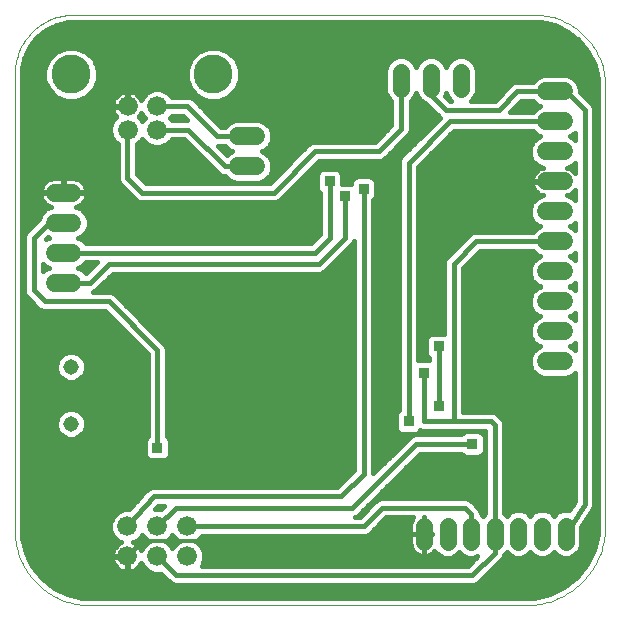
<source format=gbl>
G75*
%MOIN*%
%OFA0B0*%
%FSLAX24Y24*%
%IPPOS*%
%LPD*%
%AMOC8*
5,1,8,0,0,1.08239X$1,22.5*
%
%ADD10C,0.0000*%
%ADD11C,0.0554*%
%ADD12C,0.0660*%
%ADD13C,0.1300*%
%ADD14C,0.0594*%
%ADD15C,0.0515*%
%ADD16C,0.0560*%
%ADD17C,0.0160*%
%ADD18C,0.0120*%
%ADD19R,0.0356X0.0356*%
D10*
X002680Y000180D02*
X017215Y000180D01*
X017317Y000182D01*
X017418Y000188D01*
X017519Y000197D01*
X017620Y000211D01*
X017720Y000228D01*
X017819Y000250D01*
X017917Y000275D01*
X018015Y000303D01*
X018111Y000336D01*
X018206Y000372D01*
X018299Y000412D01*
X018391Y000455D01*
X018481Y000502D01*
X018569Y000552D01*
X018655Y000606D01*
X018740Y000662D01*
X018821Y000722D01*
X018901Y000786D01*
X018978Y000852D01*
X019053Y000921D01*
X019124Y000992D01*
X019193Y001067D01*
X019259Y001144D01*
X019323Y001224D01*
X019383Y001305D01*
X019439Y001390D01*
X019493Y001476D01*
X019543Y001564D01*
X019590Y001654D01*
X019633Y001746D01*
X019673Y001839D01*
X019709Y001934D01*
X019742Y002030D01*
X019770Y002128D01*
X019795Y002226D01*
X019817Y002325D01*
X019834Y002425D01*
X019848Y002526D01*
X019857Y002627D01*
X019863Y002728D01*
X019865Y002830D01*
X019865Y017482D01*
X019863Y017578D01*
X019857Y017674D01*
X019848Y017769D01*
X019834Y017864D01*
X019817Y017959D01*
X019796Y018052D01*
X019771Y018145D01*
X019742Y018237D01*
X019710Y018327D01*
X019674Y018416D01*
X019635Y018504D01*
X019592Y018589D01*
X019546Y018674D01*
X019496Y018756D01*
X019443Y018836D01*
X019387Y018914D01*
X019328Y018989D01*
X019266Y019062D01*
X019201Y019133D01*
X019133Y019201D01*
X019062Y019266D01*
X018989Y019328D01*
X018914Y019387D01*
X018836Y019443D01*
X018756Y019496D01*
X018674Y019546D01*
X018589Y019592D01*
X018504Y019635D01*
X018416Y019674D01*
X018327Y019710D01*
X018237Y019742D01*
X018145Y019771D01*
X018052Y019796D01*
X017959Y019817D01*
X017864Y019834D01*
X017769Y019848D01*
X017674Y019857D01*
X017578Y019863D01*
X017482Y019865D01*
X002149Y019865D01*
X002149Y019866D02*
X002063Y019864D01*
X001977Y019859D01*
X001892Y019849D01*
X001807Y019836D01*
X001723Y019819D01*
X001639Y019799D01*
X001557Y019775D01*
X001476Y019747D01*
X001395Y019716D01*
X001317Y019682D01*
X001240Y019644D01*
X001165Y019602D01*
X001091Y019558D01*
X001020Y019510D01*
X000950Y019459D01*
X000883Y019405D01*
X000819Y019349D01*
X000757Y019289D01*
X000697Y019227D01*
X000641Y019163D01*
X000587Y019096D01*
X000536Y019026D01*
X000488Y018955D01*
X000444Y018882D01*
X000402Y018806D01*
X000364Y018729D01*
X000330Y018651D01*
X000299Y018570D01*
X000271Y018489D01*
X000247Y018407D01*
X000227Y018323D01*
X000210Y018239D01*
X000197Y018154D01*
X000187Y018069D01*
X000182Y017983D01*
X000180Y017897D01*
X000180Y002680D01*
X000182Y002582D01*
X000188Y002484D01*
X000197Y002386D01*
X000211Y002289D01*
X000228Y002192D01*
X000249Y002096D01*
X000274Y002001D01*
X000302Y001907D01*
X000335Y001815D01*
X000370Y001723D01*
X000410Y001633D01*
X000452Y001545D01*
X000499Y001458D01*
X000548Y001374D01*
X000601Y001291D01*
X000657Y001211D01*
X000717Y001132D01*
X000779Y001056D01*
X000844Y000983D01*
X000912Y000912D01*
X000983Y000844D01*
X001056Y000779D01*
X001132Y000717D01*
X001211Y000657D01*
X001291Y000601D01*
X001374Y000548D01*
X001458Y000499D01*
X001545Y000452D01*
X001633Y000410D01*
X001723Y000370D01*
X001815Y000335D01*
X001907Y000302D01*
X002001Y000274D01*
X002096Y000249D01*
X002192Y000228D01*
X002289Y000211D01*
X002386Y000197D01*
X002484Y000188D01*
X002582Y000182D01*
X002680Y000180D01*
D11*
X013818Y002278D02*
X013818Y002832D01*
X014605Y002832D02*
X014605Y002278D01*
X015393Y002278D02*
X015393Y002832D01*
X016180Y002832D02*
X016180Y002278D01*
X016967Y002278D02*
X016967Y002832D01*
X017755Y002832D02*
X017755Y002278D01*
X018542Y002278D02*
X018542Y002832D01*
D12*
X005930Y002805D03*
X005930Y001805D03*
X004930Y001805D03*
X004930Y002805D03*
X003930Y002805D03*
X003930Y001805D03*
X003938Y016025D03*
X003938Y016805D03*
X004922Y016805D03*
X004922Y016025D03*
D13*
X006800Y017875D03*
X002060Y017875D03*
D14*
X002102Y013930D02*
X001508Y013930D01*
X001508Y012930D02*
X002102Y012930D01*
X002102Y011930D02*
X001508Y011930D01*
X001508Y010930D02*
X002102Y010930D01*
X007633Y014805D02*
X008227Y014805D01*
X008227Y015805D02*
X007633Y015805D01*
X017883Y015305D02*
X018477Y015305D01*
X018477Y014305D02*
X017883Y014305D01*
X017883Y013305D02*
X018477Y013305D01*
X018477Y012305D02*
X017883Y012305D01*
X017883Y011305D02*
X018477Y011305D01*
X018477Y010305D02*
X017883Y010305D01*
X017883Y009305D02*
X018477Y009305D01*
X018477Y008305D02*
X017883Y008305D01*
X017883Y016305D02*
X018477Y016305D01*
X018477Y017305D02*
X017883Y017305D01*
D15*
X002055Y008130D03*
X002055Y006230D03*
D16*
X013055Y017400D02*
X013055Y017960D01*
X014055Y017960D02*
X014055Y017400D01*
X015055Y017400D02*
X015055Y017960D01*
D17*
X000766Y001478D02*
X001082Y001082D01*
X001478Y000766D01*
X001934Y000547D01*
X002427Y000434D01*
X002680Y000420D01*
X017215Y000420D01*
X017485Y000435D01*
X018011Y000555D01*
X018497Y000789D01*
X018919Y001126D01*
X019256Y001548D01*
X019490Y002034D01*
X019610Y002560D01*
X019625Y002830D01*
X019625Y017482D01*
X019612Y017722D01*
X019505Y018190D01*
X019297Y018622D01*
X019297Y018622D01*
X018997Y018997D01*
X018622Y019297D01*
X018190Y019505D01*
X017722Y019612D01*
X017482Y019625D01*
X002149Y019625D01*
X001955Y019614D01*
X001578Y019528D01*
X001229Y019360D01*
X000926Y019119D01*
X000685Y018816D01*
X000517Y018467D01*
X000431Y018090D01*
X000420Y017897D01*
X000420Y002680D01*
X000434Y002427D01*
X000547Y001934D01*
X000766Y001478D01*
X000790Y001448D02*
X003566Y001448D01*
X003541Y001473D02*
X003598Y001416D01*
X003663Y001369D01*
X003734Y001332D01*
X003811Y001308D01*
X003890Y001295D01*
X003912Y001295D01*
X003912Y001787D01*
X003948Y001787D01*
X003948Y001295D01*
X003970Y001295D01*
X004049Y001308D01*
X004126Y001332D01*
X004197Y001369D01*
X004262Y001416D01*
X004319Y001473D01*
X004366Y001538D01*
X004398Y001600D01*
X004447Y001482D01*
X004607Y001322D01*
X004817Y001235D01*
X005043Y001235D01*
X005046Y001236D01*
X005284Y000999D01*
X005374Y000909D01*
X005491Y000860D01*
X015494Y000860D01*
X015611Y000909D01*
X016451Y001749D01*
X016500Y001866D01*
X016500Y001866D01*
X016574Y001940D01*
X016674Y001839D01*
X016865Y001761D01*
X017070Y001761D01*
X017260Y001839D01*
X017361Y001940D01*
X017462Y001839D01*
X017652Y001761D01*
X017858Y001761D01*
X018048Y001839D01*
X018149Y001940D01*
X018249Y001839D01*
X018439Y001761D01*
X018645Y001761D01*
X018835Y001839D01*
X018981Y001985D01*
X019059Y002175D01*
X019059Y002771D01*
X019431Y003353D01*
X019451Y003374D01*
X019465Y003407D01*
X019484Y003437D01*
X019489Y003465D01*
X019500Y003491D01*
X019500Y003527D01*
X019506Y003562D01*
X019500Y003590D01*
X019500Y016744D01*
X019451Y016861D01*
X019361Y016951D01*
X019014Y017299D01*
X019014Y017412D01*
X018932Y017609D01*
X018781Y017760D01*
X018584Y017842D01*
X017776Y017842D01*
X017579Y017760D01*
X017444Y017625D01*
X016866Y017625D01*
X016749Y017576D01*
X016659Y017486D01*
X016172Y017000D01*
X015390Y017000D01*
X015496Y017105D01*
X015575Y017297D01*
X015575Y018063D01*
X015496Y018255D01*
X015350Y018401D01*
X015158Y018480D01*
X014952Y018480D01*
X014760Y018401D01*
X014614Y018255D01*
X014555Y018112D01*
X014496Y018255D01*
X014350Y018401D01*
X014158Y018480D01*
X013952Y018480D01*
X013760Y018401D01*
X013614Y018255D01*
X013555Y018112D01*
X013496Y018255D01*
X013350Y018401D01*
X013158Y018480D01*
X012952Y018480D01*
X012760Y018401D01*
X012614Y018255D01*
X012535Y018063D01*
X012535Y017297D01*
X012614Y017105D01*
X012735Y016985D01*
X012735Y016188D01*
X012172Y015625D01*
X010116Y015625D01*
X009999Y015576D01*
X008672Y014250D01*
X004563Y014250D01*
X004250Y014563D01*
X004250Y015537D01*
X004261Y015542D01*
X004421Y015702D01*
X004430Y015724D01*
X004439Y015702D01*
X004599Y015542D01*
X004809Y015455D01*
X005036Y015455D01*
X005245Y015542D01*
X005405Y015702D01*
X005407Y015705D01*
X005827Y015705D01*
X006909Y014624D01*
X006999Y014534D01*
X007116Y014485D01*
X007194Y014485D01*
X007329Y014350D01*
X007526Y014268D01*
X008334Y014268D01*
X008531Y014350D01*
X008682Y014501D01*
X008764Y014698D01*
X008764Y014912D01*
X008682Y015109D01*
X008531Y015260D01*
X008423Y015305D01*
X008531Y015350D01*
X008682Y015501D01*
X008764Y015698D01*
X008764Y015912D01*
X008682Y016109D01*
X008531Y016260D01*
X008334Y016342D01*
X007526Y016342D01*
X007329Y016260D01*
X007194Y016125D01*
X007063Y016125D01*
X006111Y017076D01*
X005994Y017125D01*
X005407Y017125D01*
X005405Y017128D01*
X005245Y017288D01*
X005036Y017375D01*
X004809Y017375D01*
X004599Y017288D01*
X004439Y017128D01*
X004397Y017027D01*
X004374Y017072D01*
X004327Y017137D01*
X004270Y017194D01*
X004205Y017241D01*
X004134Y017278D01*
X004057Y017302D01*
X003978Y017315D01*
X003948Y017315D01*
X003948Y016815D01*
X003928Y016815D01*
X003928Y017315D01*
X003898Y017315D01*
X003818Y017302D01*
X003742Y017278D01*
X003671Y017241D01*
X003606Y017194D01*
X003549Y017137D01*
X003502Y017072D01*
X003465Y017001D01*
X003440Y016924D01*
X003428Y016845D01*
X003428Y016815D01*
X003928Y016815D01*
X003928Y016795D01*
X003428Y016795D01*
X003428Y016765D01*
X003440Y016686D01*
X003465Y016609D01*
X003502Y016538D01*
X003549Y016473D01*
X003564Y016457D01*
X003455Y016348D01*
X003368Y016138D01*
X003368Y015912D01*
X003455Y015702D01*
X003610Y015547D01*
X003610Y014366D01*
X003659Y014249D01*
X004159Y013749D01*
X004249Y013659D01*
X004366Y013610D01*
X008869Y013610D01*
X008986Y013659D01*
X010313Y014985D01*
X012369Y014985D01*
X012486Y015034D01*
X013326Y015874D01*
X013375Y015991D01*
X013375Y016985D01*
X013496Y017105D01*
X013555Y017248D01*
X013614Y017105D01*
X013760Y016959D01*
X013868Y016915D01*
X014284Y016499D01*
X014352Y016430D01*
X013034Y015111D01*
X012985Y014994D01*
X012985Y006681D01*
X012923Y006619D01*
X012887Y006531D01*
X012887Y006079D01*
X012923Y005991D01*
X012991Y005923D01*
X013079Y005887D01*
X013531Y005887D01*
X013619Y005923D01*
X013687Y005991D01*
X013692Y006005D01*
X013741Y005985D01*
X015860Y005985D01*
X015860Y003244D01*
X015786Y003170D01*
X015713Y003244D01*
X015713Y003281D01*
X015664Y003399D01*
X015451Y003611D01*
X015361Y003701D01*
X015244Y003750D01*
X012366Y003750D01*
X012249Y003701D01*
X012159Y003611D01*
X011672Y003125D01*
X011530Y003125D01*
X011611Y003159D01*
X013688Y005235D01*
X015054Y005235D01*
X015116Y005173D01*
X015204Y005137D01*
X015656Y005137D01*
X015744Y005173D01*
X015812Y005241D01*
X015848Y005329D01*
X015848Y005781D01*
X015812Y005869D01*
X015744Y005937D01*
X015656Y005973D01*
X015204Y005973D01*
X015116Y005937D01*
X015054Y005875D01*
X013491Y005875D01*
X013374Y005826D01*
X012125Y004578D01*
X012125Y013679D01*
X012187Y013741D01*
X012223Y013829D01*
X012223Y014281D01*
X012187Y014369D01*
X012119Y014437D01*
X012031Y014473D01*
X011579Y014473D01*
X011491Y014437D01*
X011423Y014369D01*
X011387Y014281D01*
X011387Y014223D01*
X011098Y014223D01*
X011098Y014531D01*
X011062Y014619D01*
X010994Y014687D01*
X010906Y014723D01*
X010454Y014723D01*
X010366Y014687D01*
X010298Y014619D01*
X010262Y014531D01*
X010262Y014079D01*
X010298Y013991D01*
X010360Y013929D01*
X010360Y012563D01*
X010047Y012250D01*
X002541Y012250D01*
X002406Y012385D01*
X002298Y012430D01*
X002406Y012475D01*
X002557Y012626D01*
X002639Y012823D01*
X002639Y013037D01*
X002557Y013234D01*
X002406Y013385D01*
X002213Y013465D01*
X002214Y013465D01*
X002285Y013488D01*
X002352Y013522D01*
X002412Y013566D01*
X002466Y013619D01*
X002510Y013680D01*
X002544Y013747D01*
X002567Y013818D01*
X002579Y013892D01*
X002579Y013912D01*
X001823Y013912D01*
X001823Y013948D01*
X001787Y013948D01*
X001787Y013912D01*
X001031Y013912D01*
X001031Y013892D01*
X001043Y013818D01*
X001066Y013747D01*
X001100Y013680D01*
X001144Y013619D01*
X001198Y013566D01*
X001258Y013522D01*
X001325Y013488D01*
X001396Y013465D01*
X001397Y013465D01*
X001204Y013385D01*
X001053Y013234D01*
X000980Y013057D01*
X000624Y012701D01*
X000534Y012611D01*
X000485Y012494D01*
X000485Y010616D01*
X000534Y010499D01*
X000624Y010409D01*
X000999Y010034D01*
X001116Y009985D01*
X003172Y009985D01*
X004610Y008547D01*
X004610Y005806D01*
X004548Y005744D01*
X004512Y005656D01*
X004512Y005204D01*
X004548Y005116D01*
X004616Y005048D01*
X004704Y005012D01*
X005156Y005012D01*
X005244Y005048D01*
X005312Y005116D01*
X005348Y005204D01*
X005348Y005656D01*
X005312Y005744D01*
X005250Y005806D01*
X005250Y008744D01*
X005201Y008861D01*
X003576Y010486D01*
X003576Y010486D01*
X003486Y010576D01*
X003369Y010625D01*
X002780Y010625D01*
X002861Y010659D01*
X003438Y011235D01*
X010369Y011235D01*
X010486Y011284D01*
X011361Y012159D01*
X011451Y012249D01*
X011485Y012330D01*
X011485Y004688D01*
X010922Y004125D01*
X004858Y004125D01*
X004847Y004129D01*
X004794Y004125D01*
X004741Y004125D01*
X004731Y004121D01*
X004720Y004120D01*
X004673Y004097D01*
X004624Y004076D01*
X004616Y004069D01*
X004606Y004064D01*
X004571Y004024D01*
X004534Y003986D01*
X004530Y003976D01*
X004004Y003375D01*
X003817Y003375D01*
X003607Y003288D01*
X003447Y003128D01*
X003360Y002918D01*
X003360Y002692D01*
X003447Y002482D01*
X003607Y002322D01*
X003725Y002273D01*
X003663Y002241D01*
X003598Y002194D01*
X003541Y002137D01*
X003494Y002072D01*
X003457Y002001D01*
X003433Y001924D01*
X003420Y001845D01*
X003420Y001823D01*
X003912Y001823D01*
X003912Y001787D01*
X003420Y001787D01*
X003420Y001765D01*
X000628Y001765D01*
X000704Y001607D02*
X003459Y001607D01*
X003457Y001609D02*
X003494Y001538D01*
X003541Y001473D01*
X003457Y001609D02*
X003433Y001686D01*
X003420Y001765D01*
X003432Y001924D02*
X000552Y001924D01*
X000513Y002082D02*
X003501Y002082D01*
X003662Y002241D02*
X000477Y002241D01*
X000441Y002399D02*
X003530Y002399D01*
X003416Y002558D02*
X000427Y002558D01*
X000420Y002716D02*
X003360Y002716D01*
X003360Y002875D02*
X000420Y002875D01*
X000420Y003033D02*
X003407Y003033D01*
X003510Y003192D02*
X000420Y003192D01*
X000420Y003350D02*
X003756Y003350D01*
X004120Y003509D02*
X000420Y003509D01*
X000420Y003667D02*
X004259Y003667D01*
X004398Y003826D02*
X000420Y003826D01*
X000420Y003984D02*
X004533Y003984D01*
X004805Y003805D02*
X011055Y003805D01*
X011805Y004555D01*
X011805Y014055D01*
X011389Y014287D02*
X011098Y014287D01*
X011098Y014445D02*
X011511Y014445D01*
X011068Y014604D02*
X012985Y014604D01*
X012985Y014762D02*
X010090Y014762D01*
X010248Y014921D02*
X012985Y014921D01*
X013020Y015079D02*
X012532Y015079D01*
X012690Y015238D02*
X013160Y015238D01*
X013318Y015396D02*
X012849Y015396D01*
X013007Y015555D02*
X013477Y015555D01*
X013635Y015713D02*
X013166Y015713D01*
X013324Y015872D02*
X013794Y015872D01*
X013952Y016030D02*
X013375Y016030D01*
X013375Y016189D02*
X014111Y016189D01*
X014269Y016347D02*
X013375Y016347D01*
X013375Y016506D02*
X014277Y016506D01*
X014118Y016664D02*
X013375Y016664D01*
X013375Y016823D02*
X013960Y016823D01*
X013739Y016981D02*
X013375Y016981D01*
X013510Y017140D02*
X013600Y017140D01*
X014055Y017180D02*
X014555Y016680D01*
X016305Y016680D01*
X016930Y017305D01*
X018180Y017305D01*
X018555Y017305D01*
X019180Y016680D01*
X019180Y003555D01*
X018542Y002555D01*
X019059Y002558D02*
X019609Y002558D01*
X019619Y002716D02*
X019059Y002716D01*
X019126Y002875D02*
X019625Y002875D01*
X019625Y003033D02*
X019227Y003033D01*
X019328Y003192D02*
X019625Y003192D01*
X019625Y003350D02*
X019429Y003350D01*
X019500Y003509D02*
X019625Y003509D01*
X019625Y003667D02*
X019500Y003667D01*
X019500Y003826D02*
X019625Y003826D01*
X019625Y003984D02*
X019500Y003984D01*
X019500Y004143D02*
X019625Y004143D01*
X019625Y004301D02*
X019500Y004301D01*
X019500Y004460D02*
X019625Y004460D01*
X019625Y004618D02*
X019500Y004618D01*
X019500Y004777D02*
X019625Y004777D01*
X019625Y004935D02*
X019500Y004935D01*
X019500Y005094D02*
X019625Y005094D01*
X019625Y005252D02*
X019500Y005252D01*
X019500Y005411D02*
X019625Y005411D01*
X019625Y005569D02*
X019500Y005569D01*
X019500Y005728D02*
X019625Y005728D01*
X019625Y005886D02*
X019500Y005886D01*
X019500Y006045D02*
X019625Y006045D01*
X019625Y006203D02*
X019500Y006203D01*
X019500Y006362D02*
X019625Y006362D01*
X019625Y006520D02*
X019500Y006520D01*
X019500Y006679D02*
X019625Y006679D01*
X019625Y006837D02*
X019500Y006837D01*
X019500Y006996D02*
X019625Y006996D01*
X019625Y007154D02*
X019500Y007154D01*
X019500Y007313D02*
X019625Y007313D01*
X019625Y007471D02*
X019500Y007471D01*
X019500Y007630D02*
X019625Y007630D01*
X019625Y007788D02*
X019500Y007788D01*
X019500Y007947D02*
X019625Y007947D01*
X019625Y008105D02*
X019500Y008105D01*
X019500Y008264D02*
X019625Y008264D01*
X019625Y008422D02*
X019500Y008422D01*
X019500Y008581D02*
X019625Y008581D01*
X019625Y008739D02*
X019500Y008739D01*
X019500Y008898D02*
X019625Y008898D01*
X019625Y009056D02*
X019500Y009056D01*
X019500Y009215D02*
X019625Y009215D01*
X019625Y009373D02*
X019500Y009373D01*
X019500Y009532D02*
X019625Y009532D01*
X019625Y009690D02*
X019500Y009690D01*
X019500Y009849D02*
X019625Y009849D01*
X019625Y010007D02*
X019500Y010007D01*
X019500Y010166D02*
X019625Y010166D01*
X019625Y010324D02*
X019500Y010324D01*
X019500Y010483D02*
X019625Y010483D01*
X019625Y010641D02*
X019500Y010641D01*
X019500Y010800D02*
X019625Y010800D01*
X019625Y010958D02*
X019500Y010958D01*
X019500Y011117D02*
X019625Y011117D01*
X019625Y011275D02*
X019500Y011275D01*
X019500Y011434D02*
X019625Y011434D01*
X019625Y011592D02*
X019500Y011592D01*
X019500Y011751D02*
X019625Y011751D01*
X019625Y011909D02*
X019500Y011909D01*
X019500Y012068D02*
X019625Y012068D01*
X019625Y012226D02*
X019500Y012226D01*
X019500Y012385D02*
X019625Y012385D01*
X019625Y012543D02*
X019500Y012543D01*
X019500Y012702D02*
X019625Y012702D01*
X019625Y012860D02*
X019500Y012860D01*
X019500Y013019D02*
X019625Y013019D01*
X019625Y013177D02*
X019500Y013177D01*
X019500Y013336D02*
X019625Y013336D01*
X019625Y013494D02*
X019500Y013494D01*
X019500Y013653D02*
X019625Y013653D01*
X019625Y013811D02*
X019500Y013811D01*
X019500Y013970D02*
X019625Y013970D01*
X019625Y014128D02*
X019500Y014128D01*
X019500Y014287D02*
X019625Y014287D01*
X019625Y014445D02*
X019500Y014445D01*
X019500Y014604D02*
X019625Y014604D01*
X019625Y014762D02*
X019500Y014762D01*
X019500Y014921D02*
X019625Y014921D01*
X019625Y015079D02*
X019500Y015079D01*
X019500Y015238D02*
X019625Y015238D01*
X019625Y015396D02*
X019500Y015396D01*
X019500Y015555D02*
X019625Y015555D01*
X019625Y015713D02*
X019500Y015713D01*
X019500Y015872D02*
X019625Y015872D01*
X019625Y016030D02*
X019500Y016030D01*
X019500Y016189D02*
X019625Y016189D01*
X019625Y016347D02*
X019500Y016347D01*
X019500Y016506D02*
X019625Y016506D01*
X019625Y016664D02*
X019500Y016664D01*
X019467Y016823D02*
X019625Y016823D01*
X019625Y016981D02*
X019332Y016981D01*
X019361Y016951D02*
X019361Y016951D01*
X019173Y017140D02*
X019625Y017140D01*
X019625Y017298D02*
X019015Y017298D01*
X018995Y017457D02*
X019625Y017457D01*
X019618Y017615D02*
X018926Y017615D01*
X018749Y017774D02*
X019600Y017774D01*
X019564Y017932D02*
X015575Y017932D01*
X015575Y017774D02*
X017611Y017774D01*
X016842Y017615D02*
X015575Y017615D01*
X015575Y017457D02*
X016629Y017457D01*
X016659Y017486D02*
X016659Y017486D01*
X016470Y017298D02*
X015575Y017298D01*
X015510Y017140D02*
X016312Y017140D01*
X016742Y016664D02*
X017483Y016664D01*
X017444Y016625D02*
X016703Y016625D01*
X017063Y016985D01*
X017444Y016985D01*
X017579Y016850D01*
X017687Y016805D01*
X017579Y016760D01*
X017444Y016625D01*
X017645Y016823D02*
X016900Y016823D01*
X017059Y016981D02*
X017448Y016981D01*
X018180Y016305D02*
X014680Y016305D01*
X013305Y014930D01*
X013305Y006305D01*
X012887Y006362D02*
X012125Y006362D01*
X012125Y006520D02*
X012887Y006520D01*
X012983Y006679D02*
X012125Y006679D01*
X012125Y006837D02*
X012985Y006837D01*
X012985Y006996D02*
X012125Y006996D01*
X012125Y007154D02*
X012985Y007154D01*
X012985Y007313D02*
X012125Y007313D01*
X012125Y007471D02*
X012985Y007471D01*
X012985Y007630D02*
X012125Y007630D01*
X012125Y007788D02*
X012985Y007788D01*
X012985Y007947D02*
X012125Y007947D01*
X012125Y008105D02*
X012985Y008105D01*
X012985Y008264D02*
X012125Y008264D01*
X012125Y008422D02*
X012985Y008422D01*
X012985Y008581D02*
X012125Y008581D01*
X012125Y008739D02*
X012985Y008739D01*
X012985Y008898D02*
X012125Y008898D01*
X012125Y009056D02*
X012985Y009056D01*
X012985Y009215D02*
X012125Y009215D01*
X012125Y009373D02*
X012985Y009373D01*
X012985Y009532D02*
X012125Y009532D01*
X012125Y009690D02*
X012985Y009690D01*
X012985Y009849D02*
X012125Y009849D01*
X012125Y010007D02*
X012985Y010007D01*
X012985Y010166D02*
X012125Y010166D01*
X012125Y010324D02*
X012985Y010324D01*
X012985Y010483D02*
X012125Y010483D01*
X012125Y010641D02*
X012985Y010641D01*
X012985Y010800D02*
X012125Y010800D01*
X012125Y010958D02*
X012985Y010958D01*
X012985Y011117D02*
X012125Y011117D01*
X012125Y011275D02*
X012985Y011275D01*
X012985Y011434D02*
X012125Y011434D01*
X012125Y011592D02*
X012985Y011592D01*
X012985Y011751D02*
X012125Y011751D01*
X012125Y011909D02*
X012985Y011909D01*
X012985Y012068D02*
X012125Y012068D01*
X012125Y012226D02*
X012985Y012226D01*
X012985Y012385D02*
X012125Y012385D01*
X012125Y012543D02*
X012985Y012543D01*
X012985Y012702D02*
X012125Y012702D01*
X012125Y012860D02*
X012985Y012860D01*
X012985Y013019D02*
X012125Y013019D01*
X012125Y013177D02*
X012985Y013177D01*
X012985Y013336D02*
X012125Y013336D01*
X012125Y013494D02*
X012985Y013494D01*
X012985Y013653D02*
X012125Y013653D01*
X012216Y013811D02*
X012985Y013811D01*
X012985Y013970D02*
X012223Y013970D01*
X012223Y014128D02*
X012985Y014128D01*
X012985Y014287D02*
X012221Y014287D01*
X012099Y014445D02*
X012985Y014445D01*
X013625Y014445D02*
X017427Y014445D01*
X017418Y014417D02*
X017441Y014488D01*
X017475Y014555D01*
X017519Y014616D01*
X017573Y014669D01*
X017633Y014713D01*
X017700Y014747D01*
X017771Y014770D01*
X017772Y014770D01*
X017579Y014850D01*
X017428Y015001D01*
X017346Y015198D01*
X017346Y015412D01*
X017428Y015609D01*
X017579Y015760D01*
X017687Y015805D01*
X017579Y015850D01*
X017444Y015985D01*
X014813Y015985D01*
X013625Y014797D01*
X013625Y008348D01*
X013985Y008348D01*
X013985Y008429D01*
X013923Y008491D01*
X013887Y008579D01*
X013887Y009031D01*
X013923Y009119D01*
X013991Y009187D01*
X014079Y009223D01*
X014485Y009223D01*
X014485Y011619D01*
X014534Y011736D01*
X014624Y011826D01*
X015374Y012576D01*
X015491Y012625D01*
X017444Y012625D01*
X017579Y012760D01*
X017687Y012805D01*
X017579Y012850D01*
X017428Y013001D01*
X017346Y013198D01*
X017346Y013412D01*
X017428Y013609D01*
X017579Y013760D01*
X017772Y013840D01*
X017771Y013840D01*
X017700Y013863D01*
X017633Y013897D01*
X017573Y013941D01*
X017519Y013994D01*
X017475Y014055D01*
X017441Y014122D01*
X017418Y014193D01*
X017406Y014267D01*
X017406Y014287D01*
X018162Y014287D01*
X018162Y014323D01*
X017406Y014323D01*
X017406Y014343D01*
X017418Y014417D01*
X017406Y014287D02*
X013625Y014287D01*
X013625Y014128D02*
X017439Y014128D01*
X017544Y013970D02*
X013625Y013970D01*
X013625Y013811D02*
X017702Y013811D01*
X017471Y013653D02*
X013625Y013653D01*
X013625Y013494D02*
X017380Y013494D01*
X017346Y013336D02*
X013625Y013336D01*
X013625Y013177D02*
X017355Y013177D01*
X017421Y013019D02*
X013625Y013019D01*
X013625Y012860D02*
X017569Y012860D01*
X017520Y012702D02*
X013625Y012702D01*
X013625Y012543D02*
X015340Y012543D01*
X015182Y012385D02*
X013625Y012385D01*
X013625Y012226D02*
X015023Y012226D01*
X014865Y012068D02*
X013625Y012068D01*
X013625Y011909D02*
X014706Y011909D01*
X014548Y011751D02*
X013625Y011751D01*
X013625Y011592D02*
X014485Y011592D01*
X014485Y011434D02*
X013625Y011434D01*
X013625Y011275D02*
X014485Y011275D01*
X014485Y011117D02*
X013625Y011117D01*
X013625Y010958D02*
X014485Y010958D01*
X014485Y010800D02*
X013625Y010800D01*
X013625Y010641D02*
X014485Y010641D01*
X014485Y010483D02*
X013625Y010483D01*
X013625Y010324D02*
X014485Y010324D01*
X014485Y010166D02*
X013625Y010166D01*
X013625Y010007D02*
X014485Y010007D01*
X014485Y009849D02*
X013625Y009849D01*
X013625Y009690D02*
X014485Y009690D01*
X014485Y009532D02*
X013625Y009532D01*
X013625Y009373D02*
X014485Y009373D01*
X014058Y009215D02*
X013625Y009215D01*
X013625Y009056D02*
X013897Y009056D01*
X013887Y008898D02*
X013625Y008898D01*
X013625Y008739D02*
X013887Y008739D01*
X013887Y008581D02*
X013625Y008581D01*
X013625Y008422D02*
X013985Y008422D01*
X014305Y008805D02*
X014305Y006805D01*
X013805Y006305D02*
X014805Y006305D01*
X016055Y006305D01*
X016180Y006180D01*
X016180Y002555D01*
X016180Y001930D01*
X015430Y001180D01*
X005555Y001180D01*
X004930Y001805D01*
X004680Y002305D02*
X004430Y002305D01*
X003930Y001805D01*
X003912Y001765D02*
X003948Y001765D01*
X003948Y001607D02*
X003912Y001607D01*
X003912Y001448D02*
X003948Y001448D01*
X004294Y001448D02*
X004481Y001448D01*
X004685Y001290D02*
X000916Y001290D01*
X001043Y001131D02*
X005151Y001131D01*
X005310Y000973D02*
X001219Y000973D01*
X001418Y000814D02*
X018528Y000814D01*
X018727Y000973D02*
X015675Y000973D01*
X015834Y001131D02*
X018923Y001131D01*
X019049Y001290D02*
X015992Y001290D01*
X016151Y001448D02*
X019176Y001448D01*
X019284Y001607D02*
X016309Y001607D01*
X016458Y001765D02*
X016854Y001765D01*
X017081Y001765D02*
X017641Y001765D01*
X017868Y001765D02*
X018429Y001765D01*
X018656Y001765D02*
X019360Y001765D01*
X019436Y001924D02*
X018919Y001924D01*
X019021Y002082D02*
X019501Y002082D01*
X019537Y002241D02*
X019059Y002241D01*
X019059Y002399D02*
X019573Y002399D01*
X018664Y003341D02*
X018645Y003349D01*
X018439Y003349D01*
X018249Y003271D01*
X018149Y003170D01*
X018048Y003271D01*
X017858Y003349D01*
X017652Y003349D01*
X017462Y003271D01*
X017361Y003170D01*
X017260Y003271D01*
X017070Y003349D01*
X016865Y003349D01*
X016674Y003271D01*
X016574Y003170D01*
X016500Y003244D01*
X016500Y006244D01*
X016451Y006361D01*
X016236Y006576D01*
X016119Y006625D01*
X015125Y006625D01*
X015125Y011422D01*
X015688Y011985D01*
X017444Y011985D01*
X017579Y011850D01*
X017687Y011805D01*
X017579Y011760D01*
X017428Y011609D01*
X017346Y011412D01*
X017346Y011198D01*
X017428Y011001D01*
X017579Y010850D01*
X017687Y010805D01*
X017579Y010760D01*
X017428Y010609D01*
X017346Y010412D01*
X017346Y010198D01*
X017428Y010001D01*
X017579Y009850D01*
X017687Y009805D01*
X017579Y009760D01*
X017428Y009609D01*
X017346Y009412D01*
X017346Y009198D01*
X017428Y009001D01*
X017579Y008850D01*
X017687Y008805D01*
X017579Y008760D01*
X017428Y008609D01*
X017346Y008412D01*
X017346Y008198D01*
X017428Y008001D01*
X017579Y007850D01*
X017776Y007768D01*
X018584Y007768D01*
X018781Y007850D01*
X018860Y007929D01*
X018860Y003648D01*
X018664Y003341D01*
X018670Y003350D02*
X016500Y003350D01*
X016500Y003509D02*
X018771Y003509D01*
X018860Y003667D02*
X016500Y003667D01*
X016500Y003826D02*
X018860Y003826D01*
X018860Y003984D02*
X016500Y003984D01*
X016500Y004143D02*
X018860Y004143D01*
X018860Y004301D02*
X016500Y004301D01*
X016500Y004460D02*
X018860Y004460D01*
X018860Y004618D02*
X016500Y004618D01*
X016500Y004777D02*
X018860Y004777D01*
X018860Y004935D02*
X016500Y004935D01*
X016500Y005094D02*
X018860Y005094D01*
X018860Y005252D02*
X016500Y005252D01*
X016500Y005411D02*
X018860Y005411D01*
X018860Y005569D02*
X016500Y005569D01*
X016500Y005728D02*
X018860Y005728D01*
X018860Y005886D02*
X016500Y005886D01*
X016500Y006045D02*
X018860Y006045D01*
X018860Y006203D02*
X016500Y006203D01*
X016451Y006362D02*
X018860Y006362D01*
X018860Y006520D02*
X016293Y006520D01*
X016912Y006479D02*
X017503Y005889D01*
X016912Y006479D02*
X016912Y008054D01*
X016322Y008645D01*
X016322Y011794D01*
X015612Y011909D02*
X017520Y011909D01*
X017569Y011751D02*
X015453Y011751D01*
X015295Y011592D02*
X017421Y011592D01*
X017355Y011434D02*
X015136Y011434D01*
X015125Y011275D02*
X017346Y011275D01*
X017380Y011117D02*
X015125Y011117D01*
X015125Y010958D02*
X017471Y010958D01*
X017674Y010800D02*
X015125Y010800D01*
X015125Y010641D02*
X017460Y010641D01*
X017376Y010483D02*
X015125Y010483D01*
X015125Y010324D02*
X017346Y010324D01*
X017360Y010166D02*
X015125Y010166D01*
X015125Y010007D02*
X017425Y010007D01*
X017582Y009849D02*
X015125Y009849D01*
X015125Y009690D02*
X017509Y009690D01*
X017396Y009532D02*
X015125Y009532D01*
X015125Y009373D02*
X017346Y009373D01*
X017346Y009215D02*
X015125Y009215D01*
X015125Y009056D02*
X017405Y009056D01*
X017531Y008898D02*
X015125Y008898D01*
X015125Y008739D02*
X017558Y008739D01*
X017416Y008581D02*
X015125Y008581D01*
X015125Y008422D02*
X017351Y008422D01*
X017346Y008264D02*
X015125Y008264D01*
X015125Y008105D02*
X017385Y008105D01*
X017482Y007947D02*
X015125Y007947D01*
X015125Y007788D02*
X017728Y007788D01*
X018632Y007788D02*
X018860Y007788D01*
X018860Y007630D02*
X015125Y007630D01*
X015125Y007471D02*
X018860Y007471D01*
X018860Y007313D02*
X015125Y007313D01*
X015125Y007154D02*
X018860Y007154D01*
X018860Y006996D02*
X015125Y006996D01*
X015125Y006837D02*
X018860Y006837D01*
X018860Y006679D02*
X015125Y006679D01*
X014805Y006305D02*
X014805Y011555D01*
X015555Y012305D01*
X018180Y012305D01*
X018673Y012805D02*
X018781Y012850D01*
X018860Y012929D01*
X018860Y012681D01*
X018781Y012760D01*
X018673Y012805D01*
X018791Y012860D02*
X018860Y012860D01*
X018860Y012702D02*
X018840Y012702D01*
X018860Y011929D02*
X018860Y011681D01*
X018781Y011760D01*
X018673Y011805D01*
X018781Y011850D01*
X018860Y011929D01*
X018860Y011909D02*
X018840Y011909D01*
X018860Y011751D02*
X018791Y011751D01*
X018860Y010929D02*
X018860Y010681D01*
X018781Y010760D01*
X018673Y010805D01*
X018781Y010850D01*
X018860Y010929D01*
X018860Y010800D02*
X018686Y010800D01*
X018860Y009929D02*
X018860Y009681D01*
X018781Y009760D01*
X018673Y009805D01*
X018781Y009850D01*
X018860Y009929D01*
X018860Y009849D02*
X018778Y009849D01*
X018851Y009690D02*
X018860Y009690D01*
X018860Y008929D02*
X018860Y008681D01*
X018781Y008760D01*
X018673Y008805D01*
X018781Y008850D01*
X018860Y008929D01*
X018860Y008898D02*
X018829Y008898D01*
X018802Y008739D02*
X018860Y008739D01*
X015860Y005886D02*
X015795Y005886D01*
X015848Y005728D02*
X015860Y005728D01*
X015848Y005569D02*
X015860Y005569D01*
X015848Y005411D02*
X015860Y005411D01*
X015860Y005252D02*
X015816Y005252D01*
X015860Y005094D02*
X013546Y005094D01*
X013388Y004935D02*
X015860Y004935D01*
X015860Y004777D02*
X013229Y004777D01*
X013071Y004618D02*
X015860Y004618D01*
X015860Y004460D02*
X012912Y004460D01*
X012754Y004301D02*
X015860Y004301D01*
X015860Y004143D02*
X012595Y004143D01*
X012437Y003984D02*
X015860Y003984D01*
X015860Y003826D02*
X012278Y003826D01*
X012214Y003667D02*
X012120Y003667D01*
X012056Y003509D02*
X011961Y003509D01*
X011897Y003350D02*
X011803Y003350D01*
X011739Y003192D02*
X011644Y003192D01*
X011430Y003430D02*
X013555Y005555D01*
X015430Y005555D01*
X015065Y005886D02*
X012125Y005886D01*
X012125Y005728D02*
X013275Y005728D01*
X013116Y005569D02*
X012125Y005569D01*
X012125Y005411D02*
X012958Y005411D01*
X012799Y005252D02*
X012125Y005252D01*
X012125Y005094D02*
X012641Y005094D01*
X012482Y004935D02*
X012125Y004935D01*
X012125Y004777D02*
X012324Y004777D01*
X012165Y004618D02*
X012125Y004618D01*
X011485Y004777D02*
X000420Y004777D01*
X000420Y004935D02*
X011485Y004935D01*
X011485Y005094D02*
X005289Y005094D01*
X005348Y005252D02*
X011485Y005252D01*
X011485Y005411D02*
X005348Y005411D01*
X005348Y005569D02*
X011485Y005569D01*
X011485Y005728D02*
X005318Y005728D01*
X005250Y005886D02*
X011485Y005886D01*
X011485Y006045D02*
X005250Y006045D01*
X005250Y006203D02*
X011485Y006203D01*
X011485Y006362D02*
X005250Y006362D01*
X005250Y006520D02*
X011485Y006520D01*
X011485Y006679D02*
X005250Y006679D01*
X005250Y006837D02*
X011485Y006837D01*
X011485Y006996D02*
X005250Y006996D01*
X005250Y007154D02*
X011485Y007154D01*
X011485Y007313D02*
X005250Y007313D01*
X005250Y007471D02*
X011485Y007471D01*
X011485Y007630D02*
X005250Y007630D01*
X005250Y007788D02*
X011485Y007788D01*
X011485Y007947D02*
X005250Y007947D01*
X005250Y008105D02*
X011485Y008105D01*
X011485Y008264D02*
X005250Y008264D01*
X005250Y008422D02*
X011485Y008422D01*
X011485Y008581D02*
X005250Y008581D01*
X005250Y008739D02*
X011485Y008739D01*
X011485Y008898D02*
X005165Y008898D01*
X005007Y009056D02*
X011485Y009056D01*
X011485Y009215D02*
X004848Y009215D01*
X004690Y009373D02*
X011485Y009373D01*
X011485Y009532D02*
X004531Y009532D01*
X004373Y009690D02*
X011485Y009690D01*
X011485Y009849D02*
X004214Y009849D01*
X004056Y010007D02*
X011485Y010007D01*
X011485Y010166D02*
X003897Y010166D01*
X003739Y010324D02*
X011485Y010324D01*
X011485Y010483D02*
X003580Y010483D01*
X003305Y010305D02*
X001180Y010305D01*
X000805Y010680D01*
X000805Y012430D01*
X001305Y012930D01*
X001805Y012930D01*
X002297Y013494D02*
X010360Y013494D01*
X010360Y013336D02*
X002456Y013336D01*
X002581Y013177D02*
X010360Y013177D01*
X010360Y013019D02*
X002639Y013019D01*
X002639Y012860D02*
X010360Y012860D01*
X010360Y012702D02*
X002588Y012702D01*
X002474Y012543D02*
X010340Y012543D01*
X010182Y012385D02*
X002407Y012385D01*
X001805Y011930D02*
X010180Y011930D01*
X010680Y012430D01*
X010680Y014305D01*
X010262Y014287D02*
X009614Y014287D01*
X009773Y014445D02*
X010262Y014445D01*
X010292Y014604D02*
X009931Y014604D01*
X010262Y014128D02*
X009456Y014128D01*
X009297Y013970D02*
X010320Y013970D01*
X010360Y013811D02*
X009139Y013811D01*
X008971Y013653D02*
X010360Y013653D01*
X011180Y013805D02*
X011180Y012430D01*
X010305Y011555D01*
X003305Y011555D01*
X002680Y010930D01*
X001805Y010930D01*
X002516Y011275D02*
X002572Y011275D01*
X002547Y011250D02*
X002907Y011610D01*
X002541Y011610D01*
X002406Y011475D01*
X002298Y011430D01*
X002406Y011385D01*
X002541Y011250D01*
X002547Y011250D01*
X002731Y011434D02*
X002306Y011434D01*
X002523Y011592D02*
X002889Y011592D01*
X003319Y011117D02*
X011485Y011117D01*
X011485Y011275D02*
X010465Y011275D01*
X010636Y011434D02*
X011485Y011434D01*
X011485Y011592D02*
X010795Y011592D01*
X010953Y011751D02*
X011485Y011751D01*
X011485Y011909D02*
X011112Y011909D01*
X011270Y012068D02*
X011485Y012068D01*
X011485Y012226D02*
X011429Y012226D01*
X011485Y010958D02*
X003161Y010958D01*
X003002Y010800D02*
X011485Y010800D01*
X011485Y010641D02*
X002819Y010641D01*
X003305Y010305D02*
X004930Y008680D01*
X004930Y005430D01*
X004571Y005094D02*
X000420Y005094D01*
X000420Y005252D02*
X004512Y005252D01*
X004512Y005411D02*
X000420Y005411D01*
X000420Y005569D02*
X004512Y005569D01*
X004542Y005728D02*
X000420Y005728D01*
X000420Y005886D02*
X001695Y005886D01*
X001633Y005948D02*
X001773Y005808D01*
X001956Y005733D01*
X002154Y005733D01*
X002337Y005808D01*
X002477Y005948D01*
X002552Y006131D01*
X002552Y006329D01*
X002477Y006512D01*
X002337Y006652D01*
X002154Y006727D01*
X001956Y006727D01*
X001773Y006652D01*
X001633Y006512D01*
X001558Y006329D01*
X001558Y006131D01*
X001633Y005948D01*
X001593Y006045D02*
X000420Y006045D01*
X000420Y006203D02*
X001558Y006203D01*
X001571Y006362D02*
X000420Y006362D01*
X000420Y006520D02*
X001641Y006520D01*
X001838Y006679D02*
X000420Y006679D01*
X000420Y006837D02*
X004610Y006837D01*
X004610Y006679D02*
X002272Y006679D01*
X002469Y006520D02*
X004610Y006520D01*
X004610Y006362D02*
X002539Y006362D01*
X002552Y006203D02*
X004610Y006203D01*
X004610Y006045D02*
X002517Y006045D01*
X002415Y005886D02*
X004610Y005886D01*
X004610Y006996D02*
X000420Y006996D01*
X000420Y007154D02*
X004610Y007154D01*
X004610Y007313D02*
X000420Y007313D01*
X000420Y007471D02*
X004610Y007471D01*
X004610Y007630D02*
X000420Y007630D01*
X000420Y007788D02*
X001693Y007788D01*
X001633Y007848D02*
X001773Y007708D01*
X001956Y007633D01*
X002154Y007633D01*
X002337Y007708D01*
X002477Y007848D01*
X002552Y008031D01*
X002552Y008229D01*
X002477Y008412D01*
X002337Y008552D01*
X002154Y008627D01*
X001956Y008627D01*
X001773Y008552D01*
X001633Y008412D01*
X001558Y008229D01*
X001558Y008031D01*
X001633Y007848D01*
X001593Y007947D02*
X000420Y007947D01*
X000420Y008105D02*
X001558Y008105D01*
X001572Y008264D02*
X000420Y008264D01*
X000420Y008422D02*
X001643Y008422D01*
X001843Y008581D02*
X000420Y008581D01*
X000420Y008739D02*
X004418Y008739D01*
X004260Y008898D02*
X000420Y008898D01*
X000420Y009056D02*
X004101Y009056D01*
X003943Y009215D02*
X000420Y009215D01*
X000420Y009373D02*
X003784Y009373D01*
X003626Y009532D02*
X000420Y009532D01*
X000420Y009690D02*
X003467Y009690D01*
X003309Y009849D02*
X000420Y009849D01*
X000420Y010007D02*
X001063Y010007D01*
X000867Y010166D02*
X000420Y010166D01*
X000420Y010324D02*
X000708Y010324D01*
X000550Y010483D02*
X000420Y010483D01*
X000420Y010641D02*
X000485Y010641D01*
X000485Y010800D02*
X000420Y010800D01*
X000420Y010958D02*
X000485Y010958D01*
X000485Y011117D02*
X000420Y011117D01*
X000420Y011275D02*
X000485Y011275D01*
X000485Y011434D02*
X000420Y011434D01*
X000420Y011592D02*
X000485Y011592D01*
X000485Y011751D02*
X000420Y011751D01*
X000420Y011909D02*
X000485Y011909D01*
X000485Y012068D02*
X000420Y012068D01*
X000420Y012226D02*
X000485Y012226D01*
X000485Y012385D02*
X000420Y012385D01*
X000420Y012543D02*
X000505Y012543D01*
X000420Y012702D02*
X000624Y012702D01*
X000782Y012860D02*
X000420Y012860D01*
X000420Y013019D02*
X000941Y013019D01*
X001029Y013177D02*
X000420Y013177D01*
X000420Y013336D02*
X001154Y013336D01*
X001313Y013494D02*
X000420Y013494D01*
X000420Y013653D02*
X001120Y013653D01*
X001045Y013811D02*
X000420Y013811D01*
X000420Y013970D02*
X001032Y013970D01*
X001031Y013968D02*
X001031Y013948D01*
X001787Y013948D01*
X001787Y014407D01*
X001471Y014407D01*
X001396Y014395D01*
X001325Y014372D01*
X001258Y014338D01*
X001198Y014294D01*
X001144Y014241D01*
X001100Y014180D01*
X001066Y014113D01*
X001043Y014042D01*
X001031Y013968D01*
X001074Y014128D02*
X000420Y014128D01*
X000420Y014287D02*
X001190Y014287D01*
X001787Y014287D02*
X001823Y014287D01*
X001823Y014407D02*
X001823Y013948D01*
X002579Y013948D01*
X002579Y013968D01*
X002567Y014042D01*
X002544Y014113D01*
X002510Y014180D01*
X002466Y014241D01*
X002412Y014294D01*
X002352Y014338D01*
X002285Y014372D01*
X002214Y014395D01*
X002139Y014407D01*
X001823Y014407D01*
X001823Y014128D02*
X001787Y014128D01*
X001787Y013970D02*
X001823Y013970D01*
X001805Y013930D02*
X001805Y015055D01*
X003555Y016805D01*
X003938Y016805D01*
X003928Y016823D02*
X003948Y016823D01*
X003948Y016981D02*
X003928Y016981D01*
X003928Y017140D02*
X003948Y017140D01*
X003948Y017298D02*
X003928Y017298D01*
X003805Y017298D02*
X002742Y017298D01*
X002815Y017371D02*
X002564Y017120D01*
X002237Y016985D01*
X001883Y016985D01*
X001556Y017120D01*
X001305Y017371D01*
X001170Y017698D01*
X001170Y018052D01*
X001305Y018379D01*
X001556Y018630D01*
X001883Y018765D01*
X002237Y018765D01*
X002564Y018630D01*
X002815Y018379D01*
X002950Y018052D01*
X002950Y017698D01*
X002815Y017371D01*
X002850Y017457D02*
X006010Y017457D01*
X006045Y017371D02*
X005910Y017698D01*
X005910Y018052D01*
X006045Y018379D01*
X006296Y018630D01*
X006623Y018765D01*
X006977Y018765D01*
X007304Y018630D01*
X007555Y018379D01*
X007690Y018052D01*
X007690Y017698D01*
X007555Y017371D01*
X007304Y017120D01*
X006977Y016985D01*
X006623Y016985D01*
X006296Y017120D01*
X006045Y017371D01*
X006118Y017298D02*
X005221Y017298D01*
X005394Y017140D02*
X006277Y017140D01*
X006207Y016981D02*
X012735Y016981D01*
X012735Y016823D02*
X006365Y016823D01*
X006524Y016664D02*
X012735Y016664D01*
X012735Y016506D02*
X006682Y016506D01*
X006841Y016347D02*
X012735Y016347D01*
X012735Y016189D02*
X008603Y016189D01*
X008715Y016030D02*
X012577Y016030D01*
X012419Y015872D02*
X008764Y015872D01*
X008764Y015713D02*
X012260Y015713D01*
X012305Y015305D02*
X013055Y016055D01*
X013055Y017680D01*
X012535Y017615D02*
X007656Y017615D01*
X007690Y017774D02*
X012535Y017774D01*
X012535Y017932D02*
X007690Y017932D01*
X007674Y018091D02*
X012546Y018091D01*
X012612Y018249D02*
X007608Y018249D01*
X007526Y018408D02*
X012777Y018408D01*
X013333Y018408D02*
X013777Y018408D01*
X013612Y018249D02*
X013498Y018249D01*
X014055Y017680D02*
X014055Y017180D01*
X014521Y017166D02*
X014688Y017000D01*
X014720Y017000D01*
X014614Y017105D01*
X014555Y017248D01*
X014521Y017166D01*
X014548Y017140D02*
X014600Y017140D01*
X015564Y018091D02*
X019527Y018091D01*
X019476Y018249D02*
X015498Y018249D01*
X015333Y018408D02*
X019400Y018408D01*
X019324Y018566D02*
X007368Y018566D01*
X007075Y018725D02*
X019215Y018725D01*
X019089Y018883D02*
X000738Y018883D01*
X000641Y018725D02*
X001785Y018725D01*
X001492Y018566D02*
X000564Y018566D01*
X000503Y018408D02*
X001334Y018408D01*
X001252Y018249D02*
X000467Y018249D01*
X000431Y018091D02*
X001186Y018091D01*
X001170Y017932D02*
X000422Y017932D01*
X000420Y017774D02*
X001170Y017774D01*
X001204Y017615D02*
X000420Y017615D01*
X000420Y017457D02*
X001270Y017457D01*
X001378Y017298D02*
X000420Y017298D01*
X000420Y017140D02*
X001537Y017140D01*
X002583Y017140D02*
X003551Y017140D01*
X003459Y016981D02*
X000420Y016981D01*
X000420Y016823D02*
X003428Y016823D01*
X003447Y016664D02*
X000420Y016664D01*
X000420Y016506D02*
X003525Y016506D01*
X003454Y016347D02*
X000420Y016347D01*
X000420Y016189D02*
X003389Y016189D01*
X003368Y016030D02*
X000420Y016030D01*
X000420Y015872D02*
X003384Y015872D01*
X003450Y015713D02*
X000420Y015713D01*
X000420Y015555D02*
X003602Y015555D01*
X003610Y015396D02*
X000420Y015396D01*
X000420Y015238D02*
X003610Y015238D01*
X003610Y015079D02*
X000420Y015079D01*
X000420Y014921D02*
X003610Y014921D01*
X003610Y014762D02*
X000420Y014762D01*
X000420Y014604D02*
X003610Y014604D01*
X003610Y014445D02*
X000420Y014445D01*
X002420Y014287D02*
X003643Y014287D01*
X003779Y014128D02*
X002536Y014128D01*
X002578Y013970D02*
X003938Y013970D01*
X004096Y013811D02*
X002565Y013811D01*
X002490Y013653D02*
X004264Y013653D01*
X004430Y013930D02*
X008805Y013930D01*
X010180Y015305D01*
X012305Y015305D01*
X013625Y014762D02*
X017747Y014762D01*
X017511Y014604D02*
X013625Y014604D01*
X013748Y014921D02*
X017508Y014921D01*
X017396Y015079D02*
X013907Y015079D01*
X014065Y015238D02*
X017346Y015238D01*
X017346Y015396D02*
X014224Y015396D01*
X014382Y015555D02*
X017405Y015555D01*
X017532Y015713D02*
X014541Y015713D01*
X014699Y015872D02*
X017557Y015872D01*
X018673Y015805D02*
X018781Y015850D01*
X018860Y015929D01*
X018860Y015681D01*
X018781Y015760D01*
X018673Y015805D01*
X018803Y015872D02*
X018860Y015872D01*
X018860Y015713D02*
X018828Y015713D01*
X018860Y014929D02*
X018860Y014589D01*
X018841Y014616D01*
X018787Y014669D01*
X018727Y014713D01*
X018660Y014747D01*
X018589Y014770D01*
X018588Y014770D01*
X018781Y014850D01*
X018860Y014929D01*
X018860Y014921D02*
X018852Y014921D01*
X018860Y014762D02*
X018613Y014762D01*
X018849Y014604D02*
X018860Y014604D01*
X018860Y014021D02*
X018860Y013681D01*
X018781Y013760D01*
X018588Y013840D01*
X018589Y013840D01*
X018660Y013863D01*
X018727Y013897D01*
X018787Y013941D01*
X018841Y013994D01*
X018860Y014021D01*
X018860Y013970D02*
X018816Y013970D01*
X018860Y013811D02*
X018658Y013811D01*
X018180Y014305D02*
X017061Y014305D01*
X016322Y013566D01*
X016322Y012778D01*
X012600Y017140D02*
X007323Y017140D01*
X007482Y017298D02*
X012535Y017298D01*
X012535Y017457D02*
X007590Y017457D01*
X007257Y016189D02*
X006999Y016189D01*
X006930Y015805D02*
X007930Y015805D01*
X007437Y015305D02*
X007329Y015350D01*
X007194Y015485D01*
X006953Y015485D01*
X007253Y015184D01*
X007329Y015260D01*
X007437Y015305D01*
X007306Y015238D02*
X007200Y015238D01*
X007283Y015396D02*
X007042Y015396D01*
X006930Y015805D02*
X005930Y016805D01*
X004922Y016805D01*
X004397Y016583D02*
X004439Y016482D01*
X004506Y016415D01*
X004439Y016348D01*
X004430Y016326D01*
X004421Y016348D01*
X004312Y016457D01*
X004327Y016473D01*
X004374Y016538D01*
X004397Y016583D01*
X004429Y016506D02*
X004351Y016506D01*
X004421Y016347D02*
X004439Y016347D01*
X004922Y016025D02*
X005960Y016025D01*
X007180Y014805D01*
X007930Y014805D01*
X008378Y014287D02*
X008709Y014287D01*
X008626Y014445D02*
X008867Y014445D01*
X008724Y014604D02*
X009026Y014604D01*
X009184Y014762D02*
X008764Y014762D01*
X008760Y014921D02*
X009343Y014921D01*
X009501Y015079D02*
X008694Y015079D01*
X008554Y015238D02*
X009660Y015238D01*
X009818Y015396D02*
X008577Y015396D01*
X008704Y015555D02*
X009977Y015555D01*
X007482Y014287D02*
X004526Y014287D01*
X004368Y014445D02*
X007234Y014445D01*
X006929Y014604D02*
X004250Y014604D01*
X004250Y014762D02*
X006770Y014762D01*
X006612Y014921D02*
X004250Y014921D01*
X004250Y015079D02*
X006453Y015079D01*
X006295Y015238D02*
X004250Y015238D01*
X004250Y015396D02*
X006136Y015396D01*
X005978Y015555D02*
X005258Y015555D01*
X004586Y015555D02*
X004274Y015555D01*
X004426Y015713D02*
X004434Y015713D01*
X003938Y016025D02*
X003930Y016017D01*
X003930Y014430D01*
X004430Y013930D01*
X005407Y016345D02*
X005405Y016348D01*
X005338Y016415D01*
X005405Y016482D01*
X005407Y016485D01*
X005797Y016485D01*
X005937Y016345D01*
X005407Y016345D01*
X005406Y016347D02*
X005935Y016347D01*
X004623Y017298D02*
X004071Y017298D01*
X004325Y017140D02*
X004451Y017140D01*
X005944Y017615D02*
X002916Y017615D01*
X002950Y017774D02*
X005910Y017774D01*
X005910Y017932D02*
X002950Y017932D01*
X002934Y018091D02*
X005926Y018091D01*
X005992Y018249D02*
X002868Y018249D01*
X002786Y018408D02*
X006074Y018408D01*
X006232Y018566D02*
X002628Y018566D01*
X002335Y018725D02*
X006525Y018725D01*
X001555Y019517D02*
X018136Y019517D01*
X018494Y019359D02*
X001227Y019359D01*
X001028Y019200D02*
X018743Y019200D01*
X018942Y019042D02*
X000865Y019042D01*
X001274Y012446D02*
X001219Y012391D01*
X001312Y012430D01*
X001274Y012446D01*
X001125Y011554D02*
X001204Y011475D01*
X001312Y011430D01*
X001204Y011385D01*
X001125Y011306D01*
X001125Y011554D01*
X001125Y011434D02*
X001304Y011434D01*
X002267Y008581D02*
X004577Y008581D01*
X004610Y008422D02*
X002467Y008422D01*
X002538Y008264D02*
X004610Y008264D01*
X004610Y008105D02*
X002552Y008105D01*
X002517Y007947D02*
X004610Y007947D01*
X004610Y007788D02*
X002417Y007788D01*
X000420Y004618D02*
X011415Y004618D01*
X011257Y004460D02*
X000420Y004460D01*
X000420Y004301D02*
X011098Y004301D01*
X010940Y004143D02*
X000420Y004143D01*
X003930Y002805D02*
X004805Y003805D01*
X004950Y003485D02*
X005157Y003485D01*
X005046Y003374D01*
X005043Y003375D01*
X004854Y003375D01*
X004950Y003485D01*
X005555Y003430D02*
X004930Y002805D01*
X005180Y002305D02*
X005680Y002305D01*
X005648Y002305D02*
X005607Y002288D01*
X005447Y002128D01*
X005430Y002087D01*
X005413Y002128D01*
X005253Y002288D01*
X005212Y002305D01*
X005253Y002322D01*
X005413Y002482D01*
X005430Y002523D01*
X005447Y002482D01*
X005607Y002322D01*
X005648Y002305D01*
X005559Y002241D02*
X005301Y002241D01*
X005330Y002399D02*
X005530Y002399D01*
X005930Y002805D02*
X011805Y002805D01*
X012430Y003430D01*
X015180Y003430D01*
X015393Y003217D01*
X015393Y002555D01*
X014999Y001940D02*
X015100Y001839D01*
X015290Y001761D01*
X015495Y001761D01*
X015602Y001805D01*
X015297Y001500D01*
X006421Y001500D01*
X006500Y001692D01*
X006500Y001918D01*
X006413Y002128D01*
X006253Y002288D01*
X006212Y002305D01*
X006253Y002322D01*
X006413Y002482D01*
X006414Y002485D01*
X011869Y002485D01*
X011986Y002534D01*
X012076Y002624D01*
X012563Y003110D01*
X013455Y003110D01*
X013427Y003072D01*
X013394Y003008D01*
X013372Y002939D01*
X013361Y002868D01*
X013361Y002564D01*
X013809Y002564D01*
X013809Y003110D01*
X013826Y003110D01*
X013826Y002564D01*
X013809Y002564D01*
X013809Y002546D01*
X013826Y002546D01*
X013826Y001821D01*
X013854Y001821D01*
X013925Y001832D01*
X013993Y001854D01*
X014057Y001887D01*
X014116Y001929D01*
X014167Y001980D01*
X014169Y001983D01*
X014312Y001839D01*
X014502Y001761D01*
X014708Y001761D01*
X014898Y001839D01*
X014999Y001940D01*
X014982Y001924D02*
X015016Y001924D01*
X015279Y001765D02*
X014719Y001765D01*
X014492Y001765D02*
X006500Y001765D01*
X006498Y001924D02*
X013528Y001924D01*
X013520Y001929D02*
X013578Y001887D01*
X013642Y001854D01*
X013711Y001832D01*
X013782Y001821D01*
X013809Y001821D01*
X013809Y002546D01*
X013361Y002546D01*
X013361Y002242D01*
X013372Y002171D01*
X013394Y002102D01*
X013427Y002038D01*
X013469Y001980D01*
X013520Y001929D01*
X013404Y002082D02*
X006432Y002082D01*
X006301Y002241D02*
X013361Y002241D01*
X013361Y002399D02*
X006330Y002399D01*
X006180Y002305D02*
X012430Y002305D01*
X012680Y002555D01*
X013818Y002555D01*
X013826Y002558D02*
X014088Y002558D01*
X014088Y002564D02*
X013826Y002564D01*
X013826Y002546D01*
X014088Y002546D01*
X014088Y002564D01*
X013809Y002558D02*
X012010Y002558D01*
X012169Y002716D02*
X013361Y002716D01*
X013362Y002875D02*
X012327Y002875D01*
X012486Y003033D02*
X013407Y003033D01*
X013809Y003033D02*
X013826Y003033D01*
X013809Y002875D02*
X013826Y002875D01*
X013809Y002716D02*
X013826Y002716D01*
X013809Y002399D02*
X013826Y002399D01*
X013809Y002241D02*
X013826Y002241D01*
X013809Y002082D02*
X013826Y002082D01*
X013809Y001924D02*
X013826Y001924D01*
X014108Y001924D02*
X014228Y001924D01*
X015404Y001607D02*
X006465Y001607D01*
X004648Y002305D02*
X004607Y002288D01*
X004447Y002128D01*
X004398Y002010D01*
X004366Y002072D01*
X004319Y002137D01*
X004262Y002194D01*
X004197Y002241D01*
X004135Y002273D01*
X004253Y002322D01*
X004413Y002482D01*
X004430Y002523D01*
X004447Y002482D01*
X004607Y002322D01*
X004648Y002305D01*
X004559Y002241D02*
X004198Y002241D01*
X004330Y002399D02*
X004530Y002399D01*
X004428Y002082D02*
X004359Y002082D01*
X005555Y003430D02*
X011430Y003430D01*
X012125Y006045D02*
X012901Y006045D01*
X012887Y006203D02*
X012125Y006203D01*
X013805Y006305D02*
X013805Y007930D01*
X015396Y003667D02*
X015860Y003667D01*
X015860Y003509D02*
X015554Y003509D01*
X015684Y003350D02*
X015860Y003350D01*
X015808Y003192D02*
X015765Y003192D01*
X016552Y003192D02*
X016595Y003192D01*
X017339Y003192D02*
X017383Y003192D01*
X018127Y003192D02*
X018170Y003192D01*
X018132Y001924D02*
X018165Y001924D01*
X017378Y001924D02*
X017344Y001924D01*
X016590Y001924D02*
X016557Y001924D01*
X015562Y001765D02*
X015506Y001765D01*
X017756Y000497D02*
X002152Y000497D01*
X001708Y000656D02*
X018219Y000656D01*
X008180Y009680D02*
X006805Y008305D01*
X008180Y009680D02*
X008180Y010805D01*
X008305Y010805D01*
X014498Y018249D02*
X014612Y018249D01*
X014777Y018408D02*
X014333Y018408D01*
D18*
X006180Y002305D02*
X005680Y002305D01*
X005180Y002305D02*
X004680Y002305D01*
D19*
X004930Y005430D03*
X006805Y008305D03*
X008305Y010805D03*
X011180Y013805D03*
X011805Y014055D03*
X010680Y014305D03*
X016322Y012778D03*
X016322Y011794D03*
X014305Y008805D03*
X013805Y007930D03*
X014305Y006805D03*
X013305Y006305D03*
X015430Y005555D03*
X017503Y005889D03*
X016912Y008054D03*
M02*

</source>
